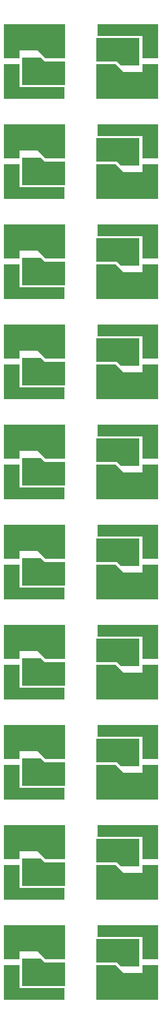
<source format=gbr>
G04 start of page 3 for group 1 idx 1 *
G04 Title: (unknown), solder *
G04 Creator: pcb 4.0.2 *
G04 CreationDate: Fri Feb  3 04:46:59 2023 UTC *
G04 For: ndholmes *
G04 Format: Gerber/RS-274X *
G04 PCB-Dimensions (mil): 1620.00 5800.00 *
G04 PCB-Coordinate-Origin: lower left *
%MOIN*%
%FSLAX25Y25*%
%LNBOTTOM*%
%ADD17C,0.0120*%
%ADD16C,0.0280*%
%ADD15C,0.0001*%
G54D15*G36*
X73000Y219000D02*X41500D01*
Y232500D01*
X73000D01*
Y219000D01*
G37*
G36*
X47000Y194500D02*Y200500D01*
X72500D01*
Y194500D01*
X47000D01*
G37*
G36*
X73000Y168000D02*X41500D01*
Y181500D01*
X73000D01*
Y168000D01*
G37*
G36*
Y169000D02*Y164000D01*
X63000D01*
X58000Y169000D01*
X73000D01*
G37*
G36*
X51000Y161500D02*Y164500D01*
X60500D01*
X63500Y161500D01*
X51000D01*
G37*
G36*
X73000Y220000D02*Y215000D01*
X63000D01*
X58000Y220000D01*
X73000D01*
G37*
G36*
Y201500D02*X51000D01*
Y213500D01*
X73000D01*
Y201500D01*
G37*
G36*
X51000Y212500D02*Y215500D01*
X60500D01*
X63500Y212500D01*
X51000D01*
G37*
G36*
X47000Y143500D02*Y149500D01*
X72500D01*
Y143500D01*
X47000D01*
G37*
G36*
X73000Y150500D02*X51000D01*
Y162500D01*
X73000D01*
Y150500D01*
G37*
G36*
Y117000D02*X41500D01*
Y130500D01*
X73000D01*
Y117000D01*
G37*
G36*
X47000Y92500D02*Y98500D01*
X72500D01*
Y92500D01*
X47000D01*
G37*
G36*
X73000Y66000D02*X41500D01*
Y79500D01*
X73000D01*
Y66000D01*
G37*
G36*
Y67000D02*Y62000D01*
X63000D01*
X58000Y67000D01*
X73000D01*
G37*
G36*
X51000Y59500D02*Y62500D01*
X60500D01*
X63500Y59500D01*
X51000D01*
G37*
G36*
X73000Y118000D02*Y113000D01*
X63000D01*
X58000Y118000D01*
X73000D01*
G37*
G36*
Y99500D02*X51000D01*
Y111500D01*
X73000D01*
Y99500D01*
G37*
G36*
X51000Y110500D02*Y113500D01*
X60500D01*
X63500Y110500D01*
X51000D01*
G37*
G36*
X47000Y41500D02*Y47500D01*
X72500D01*
Y41500D01*
X47000D01*
G37*
G36*
X73000Y48500D02*X51000D01*
Y60500D01*
X73000D01*
Y48500D01*
G37*
G36*
X89000Y55000D02*X120500D01*
Y41500D01*
X89000D01*
Y55000D01*
G37*
G36*
Y54000D02*Y59000D01*
X99000D01*
X104000Y54000D01*
X89000D01*
G37*
G36*
X115000Y79500D02*Y73500D01*
X89500D01*
Y79500D01*
X115000D01*
G37*
G36*
X89000Y106000D02*X120500D01*
Y92500D01*
X89000D01*
Y106000D01*
G37*
G36*
Y105000D02*Y110000D01*
X99000D01*
X104000Y105000D01*
X89000D01*
G37*
G36*
X111000Y112500D02*Y109500D01*
X101500D01*
X98500Y112500D01*
X111000D01*
G37*
G36*
X89000Y72500D02*X111000D01*
Y60500D01*
X89000D01*
Y72500D01*
G37*
G36*
X111000Y61500D02*Y58500D01*
X101500D01*
X98500Y61500D01*
X111000D01*
G37*
G36*
X115000Y130500D02*Y124500D01*
X89500D01*
Y130500D01*
X115000D01*
G37*
G36*
X89000Y123500D02*X111000D01*
Y111500D01*
X89000D01*
Y123500D01*
G37*
G36*
Y157000D02*X120500D01*
Y143500D01*
X89000D01*
Y157000D01*
G37*
G36*
X115000Y181500D02*Y175500D01*
X89500D01*
Y181500D01*
X115000D01*
G37*
G36*
X89000Y208000D02*X120500D01*
Y194500D01*
X89000D01*
Y208000D01*
G37*
G36*
Y207000D02*Y212000D01*
X99000D01*
X104000Y207000D01*
X89000D01*
G37*
G36*
X111000Y214500D02*Y211500D01*
X101500D01*
X98500Y214500D01*
X111000D01*
G37*
G36*
X89000Y156000D02*Y161000D01*
X99000D01*
X104000Y156000D01*
X89000D01*
G37*
G36*
Y174500D02*X111000D01*
Y162500D01*
X89000D01*
Y174500D01*
G37*
G36*
X111000Y163500D02*Y160500D01*
X101500D01*
X98500Y163500D01*
X111000D01*
G37*
G36*
X115000Y232500D02*Y226500D01*
X89500D01*
Y232500D01*
X115000D01*
G37*
G36*
X89000Y225500D02*X111000D01*
Y213500D01*
X89000D01*
Y225500D01*
G37*
G36*
Y259000D02*X120500D01*
Y245500D01*
X89000D01*
Y259000D01*
G37*
G36*
X115000Y283500D02*Y277500D01*
X89500D01*
Y283500D01*
X115000D01*
G37*
G36*
X89000Y310000D02*X120500D01*
Y296500D01*
X89000D01*
Y310000D01*
G37*
G36*
Y309000D02*Y314000D01*
X99000D01*
X104000Y309000D01*
X89000D01*
G37*
G36*
X111000Y316500D02*Y313500D01*
X101500D01*
X98500Y316500D01*
X111000D01*
G37*
G36*
X89000Y258000D02*Y263000D01*
X99000D01*
X104000Y258000D01*
X89000D01*
G37*
G36*
Y276500D02*X111000D01*
Y264500D01*
X89000D01*
Y276500D01*
G37*
G36*
X111000Y265500D02*Y262500D01*
X101500D01*
X98500Y265500D01*
X111000D01*
G37*
G36*
X115000Y334500D02*Y328500D01*
X89500D01*
Y334500D01*
X115000D01*
G37*
G36*
X89000Y327500D02*X111000D01*
Y315500D01*
X89000D01*
Y327500D01*
G37*
G36*
Y361000D02*X120500D01*
Y347500D01*
X89000D01*
Y361000D01*
G37*
G36*
X115000Y385500D02*Y379500D01*
X89500D01*
Y385500D01*
X115000D01*
G37*
G36*
X89000Y412000D02*X120500D01*
Y398500D01*
X89000D01*
Y412000D01*
G37*
G36*
Y411000D02*Y416000D01*
X99000D01*
X104000Y411000D01*
X89000D01*
G37*
G36*
X111000Y418500D02*Y415500D01*
X101500D01*
X98500Y418500D01*
X111000D01*
G37*
G36*
X89000Y360000D02*Y365000D01*
X99000D01*
X104000Y360000D01*
X89000D01*
G37*
G36*
Y378500D02*X111000D01*
Y366500D01*
X89000D01*
Y378500D01*
G37*
G36*
X111000Y367500D02*Y364500D01*
X101500D01*
X98500Y367500D01*
X111000D01*
G37*
G36*
X115000Y436500D02*Y430500D01*
X89500D01*
Y436500D01*
X115000D01*
G37*
G36*
X89000Y429500D02*X111000D01*
Y417500D01*
X89000D01*
Y429500D01*
G37*
G36*
Y463000D02*X120500D01*
Y449500D01*
X89000D01*
Y463000D01*
G37*
G36*
X115000Y487500D02*Y481500D01*
X89500D01*
Y487500D01*
X115000D01*
G37*
G36*
X89000Y514000D02*X120500D01*
Y500500D01*
X89000D01*
Y514000D01*
G37*
G36*
X115000Y538500D02*Y532500D01*
X89500D01*
Y538500D01*
X115000D01*
G37*
G36*
X89000Y513000D02*Y518000D01*
X99000D01*
X104000Y513000D01*
X89000D01*
G37*
G36*
Y531500D02*X111000D01*
Y519500D01*
X89000D01*
Y531500D01*
G37*
G36*
X111000Y520500D02*Y517500D01*
X101500D01*
X98500Y520500D01*
X111000D01*
G37*
G36*
X89000Y462000D02*Y467000D01*
X99000D01*
X104000Y462000D01*
X89000D01*
G37*
G36*
Y480500D02*X111000D01*
Y468500D01*
X89000D01*
Y480500D01*
G37*
G36*
X111000Y469500D02*Y466500D01*
X101500D01*
X98500Y469500D01*
X111000D01*
G37*
G36*
X73000Y423000D02*X41500D01*
Y436500D01*
X73000D01*
Y423000D01*
G37*
G36*
X47000Y398500D02*Y404500D01*
X72500D01*
Y398500D01*
X47000D01*
G37*
G36*
X73000Y372000D02*X41500D01*
Y385500D01*
X73000D01*
Y372000D01*
G37*
G36*
Y373000D02*Y368000D01*
X63000D01*
X58000Y373000D01*
X73000D01*
G37*
G36*
X51000Y365500D02*Y368500D01*
X60500D01*
X63500Y365500D01*
X51000D01*
G37*
G36*
X73000Y424000D02*Y419000D01*
X63000D01*
X58000Y424000D01*
X73000D01*
G37*
G36*
Y405500D02*X51000D01*
Y417500D01*
X73000D01*
Y405500D01*
G37*
G36*
X51000Y416500D02*Y419500D01*
X60500D01*
X63500Y416500D01*
X51000D01*
G37*
G36*
X73000Y474000D02*X41500D01*
Y487500D01*
X73000D01*
Y474000D01*
G37*
G36*
X47000Y449500D02*Y455500D01*
X72500D01*
Y449500D01*
X47000D01*
G37*
G36*
X73000Y475000D02*Y470000D01*
X63000D01*
X58000Y475000D01*
X73000D01*
G37*
G36*
Y456500D02*X51000D01*
Y468500D01*
X73000D01*
Y456500D01*
G37*
G36*
X51000Y467500D02*Y470500D01*
X60500D01*
X63500Y467500D01*
X51000D01*
G37*
G36*
X73000Y525000D02*X41500D01*
Y538500D01*
X73000D01*
Y525000D01*
G37*
G36*
X47000Y500500D02*Y506500D01*
X72500D01*
Y500500D01*
X47000D01*
G37*
G36*
X73000Y526000D02*Y521000D01*
X63000D01*
X58000Y526000D01*
X73000D01*
G37*
G36*
Y507500D02*X51000D01*
Y519500D01*
X73000D01*
Y507500D01*
G37*
G36*
X51000Y518500D02*Y521500D01*
X60500D01*
X63500Y518500D01*
X51000D01*
G37*
G36*
X47000Y347500D02*Y353500D01*
X72500D01*
Y347500D01*
X47000D01*
G37*
G36*
X73000Y354500D02*X51000D01*
Y366500D01*
X73000D01*
Y354500D01*
G37*
G36*
Y321000D02*X41500D01*
Y334500D01*
X73000D01*
Y321000D01*
G37*
G36*
Y322000D02*Y317000D01*
X63000D01*
X58000Y322000D01*
X73000D01*
G37*
G36*
X47000Y296500D02*Y302500D01*
X72500D01*
Y296500D01*
X47000D01*
G37*
G36*
X73000Y303500D02*X51000D01*
Y315500D01*
X73000D01*
Y303500D01*
G37*
G36*
X51000Y314500D02*Y317500D01*
X60500D01*
X63500Y314500D01*
X51000D01*
G37*
G36*
X73000Y270000D02*X41500D01*
Y283500D01*
X73000D01*
Y270000D01*
G37*
G36*
X47000Y245500D02*Y251500D01*
X72500D01*
Y245500D01*
X47000D01*
G37*
G36*
X73000Y271000D02*Y266000D01*
X63000D01*
X58000Y271000D01*
X73000D01*
G37*
G36*
Y252500D02*X51000D01*
Y264500D01*
X73000D01*
Y252500D01*
G37*
G36*
X51000Y263500D02*Y266500D01*
X60500D01*
X63500Y263500D01*
X51000D01*
G37*
G36*
X53551Y364201D02*Y355539D01*
X72449D01*
Y364201D01*
X53551D01*
G37*
G36*
X55520Y362232D02*Y357508D01*
X70480D01*
Y362232D01*
X55520D01*
G37*
G36*
X49500Y365000D02*X41500D01*
Y347500D01*
X49500D01*
Y365000D01*
G37*
G36*
Y385500D02*X41500D01*
Y368000D01*
X49500D01*
Y385500D01*
G37*
G36*
X53551Y334461D02*Y321075D01*
X72449D01*
Y334461D01*
X53551D01*
G37*
G36*
X56307Y331705D02*Y323831D01*
X69693D01*
Y331705D01*
X56307D01*
G37*
G36*
X53551Y313201D02*Y304539D01*
X72449D01*
Y313201D01*
X53551D01*
G37*
G36*
X55520Y311232D02*Y306508D01*
X70480D01*
Y311232D01*
X55520D01*
G37*
G36*
X49500Y314000D02*X41500D01*
Y296500D01*
X49500D01*
Y314000D01*
G37*
G36*
Y334500D02*X41500D01*
Y317000D01*
X49500D01*
Y334500D01*
G37*
G36*
X53551Y262201D02*Y253539D01*
X72449D01*
Y262201D01*
X53551D01*
G37*
G36*
X55520Y260232D02*Y255508D01*
X70480D01*
Y260232D01*
X55520D01*
G37*
G36*
X53551Y283461D02*Y270075D01*
X72449D01*
Y283461D01*
X53551D01*
G37*
G36*
X56307Y280705D02*Y272831D01*
X69693D01*
Y280705D01*
X56307D01*
G37*
G36*
X49500Y263000D02*X41500D01*
Y245500D01*
X49500D01*
Y263000D01*
G37*
G36*
Y283500D02*X41500D01*
Y266000D01*
X49500D01*
Y283500D01*
G37*
G36*
X53551Y487461D02*Y474075D01*
X72449D01*
Y487461D01*
X53551D01*
G37*
G36*
X56307Y484705D02*Y476831D01*
X69693D01*
Y484705D01*
X56307D01*
G37*
G36*
X53551Y466201D02*Y457539D01*
X72449D01*
Y466201D01*
X53551D01*
G37*
G36*
X55520Y464232D02*Y459508D01*
X70480D01*
Y464232D01*
X55520D01*
G37*
G36*
X49500Y467000D02*X41500D01*
Y449500D01*
X49500D01*
Y467000D01*
G37*
G36*
Y487500D02*X41500D01*
Y470000D01*
X49500D01*
Y487500D01*
G37*
G36*
X53551Y517201D02*Y508539D01*
X72449D01*
Y517201D01*
X53551D01*
G37*
G36*
X55520Y515232D02*Y510508D01*
X70480D01*
Y515232D01*
X55520D01*
G37*
G36*
X53551Y538461D02*Y525075D01*
X72449D01*
Y538461D01*
X53551D01*
G37*
G36*
X56307Y535705D02*Y527831D01*
X69693D01*
Y535705D01*
X56307D01*
G37*
G36*
X49500Y518000D02*X41500D01*
Y500500D01*
X49500D01*
Y518000D01*
G37*
G36*
Y538500D02*X41500D01*
Y521000D01*
X49500D01*
Y538500D01*
G37*
G36*
X53551Y436461D02*Y423075D01*
X72449D01*
Y436461D01*
X53551D01*
G37*
G36*
X56307Y433705D02*Y425831D01*
X69693D01*
Y433705D01*
X56307D01*
G37*
G36*
X49500Y416000D02*X41500D01*
Y398500D01*
X49500D01*
Y416000D01*
G37*
G36*
Y436500D02*X41500D01*
Y419000D01*
X49500D01*
Y436500D01*
G37*
G36*
X53551Y415201D02*Y406539D01*
X72449D01*
Y415201D01*
X53551D01*
G37*
G36*
X55520Y413232D02*Y408508D01*
X70480D01*
Y413232D01*
X55520D01*
G37*
G36*
X53551Y385461D02*Y372075D01*
X72449D01*
Y385461D01*
X53551D01*
G37*
G36*
X56307Y382705D02*Y374831D01*
X69693D01*
Y382705D01*
X56307D01*
G37*
G36*
X53551Y232461D02*Y219075D01*
X72449D01*
Y232461D01*
X53551D01*
G37*
G36*
X56307Y229705D02*Y221831D01*
X69693D01*
Y229705D01*
X56307D01*
G37*
G36*
X53551Y211201D02*Y202539D01*
X72449D01*
Y211201D01*
X53551D01*
G37*
G36*
X55520Y209232D02*Y204508D01*
X70480D01*
Y209232D01*
X55520D01*
G37*
G36*
X49500Y212000D02*X41500D01*
Y194500D01*
X49500D01*
Y212000D01*
G37*
G36*
Y232500D02*X41500D01*
Y215000D01*
X49500D01*
Y232500D01*
G37*
G36*
X53551Y181461D02*Y168075D01*
X72449D01*
Y181461D01*
X53551D01*
G37*
G36*
X56307Y178705D02*Y170831D01*
X69693D01*
Y178705D01*
X56307D01*
G37*
G36*
X49500Y161000D02*X41500D01*
Y143500D01*
X49500D01*
Y161000D01*
G37*
G36*
Y181500D02*X41500D01*
Y164000D01*
X49500D01*
Y181500D01*
G37*
G36*
X53551Y160201D02*Y151539D01*
X72449D01*
Y160201D01*
X53551D01*
G37*
G36*
X55520Y158232D02*Y153508D01*
X70480D01*
Y158232D01*
X55520D01*
G37*
G36*
X53551Y130461D02*Y117075D01*
X72449D01*
Y130461D01*
X53551D01*
G37*
G36*
X56307Y127705D02*Y119831D01*
X69693D01*
Y127705D01*
X56307D01*
G37*
G36*
X53551Y109201D02*Y100539D01*
X72449D01*
Y109201D01*
X53551D01*
G37*
G36*
X55520Y107232D02*Y102508D01*
X70480D01*
Y107232D01*
X55520D01*
G37*
G36*
X49500Y110000D02*X41500D01*
Y92500D01*
X49500D01*
Y110000D01*
G37*
G36*
Y130500D02*X41500D01*
Y113000D01*
X49500D01*
Y130500D01*
G37*
G36*
X53551Y79461D02*Y66075D01*
X72449D01*
Y79461D01*
X53551D01*
G37*
G36*
X56307Y76705D02*Y68831D01*
X69693D01*
Y76705D01*
X56307D01*
G37*
G36*
X53551Y58201D02*Y49539D01*
X72449D01*
Y58201D01*
X53551D01*
G37*
G36*
X55520Y56232D02*Y51508D01*
X70480D01*
Y56232D01*
X55520D01*
G37*
G36*
X49500Y59000D02*X41500D01*
Y41500D01*
X49500D01*
Y59000D01*
G37*
G36*
Y79500D02*X41500D01*
Y62000D01*
X49500D01*
Y79500D01*
G37*
G36*
X89551Y71461D02*Y62799D01*
X108449D01*
Y71461D01*
X89551D01*
G37*
G36*
X91520Y69492D02*Y64768D01*
X106480D01*
Y69492D01*
X91520D01*
G37*
G36*
X89551Y54925D02*Y41539D01*
X108449D01*
Y54925D01*
X89551D01*
G37*
G36*
X92307Y52169D02*Y44295D01*
X105693D01*
Y52169D01*
X92307D01*
G37*
G36*
X120500Y79500D02*X112500D01*
Y62000D01*
X120500D01*
Y79500D01*
G37*
G36*
Y59000D02*X112500D01*
Y41500D01*
X120500D01*
Y59000D01*
G37*
G36*
X89551Y122461D02*Y113799D01*
X108449D01*
Y122461D01*
X89551D01*
G37*
G36*
X91520Y120492D02*Y115768D01*
X106480D01*
Y120492D01*
X91520D01*
G37*
G36*
X89551Y105925D02*Y92539D01*
X108449D01*
Y105925D01*
X89551D01*
G37*
G36*
X92307Y103169D02*Y95295D01*
X105693D01*
Y103169D01*
X92307D01*
G37*
G36*
X120500Y130500D02*X112500D01*
Y113000D01*
X120500D01*
Y130500D01*
G37*
G36*
Y110000D02*X112500D01*
Y92500D01*
X120500D01*
Y110000D01*
G37*
G36*
X89551Y173461D02*Y164799D01*
X108449D01*
Y173461D01*
X89551D01*
G37*
G36*
X91520Y171492D02*Y166768D01*
X106480D01*
Y171492D01*
X91520D01*
G37*
G36*
X89551Y156925D02*Y143539D01*
X108449D01*
Y156925D01*
X89551D01*
G37*
G36*
X92307Y154169D02*Y146295D01*
X105693D01*
Y154169D01*
X92307D01*
G37*
G36*
X120500Y181500D02*X112500D01*
Y164000D01*
X120500D01*
Y181500D01*
G37*
G36*
Y161000D02*X112500D01*
Y143500D01*
X120500D01*
Y161000D01*
G37*
G36*
X89551Y207925D02*Y194539D01*
X108449D01*
Y207925D01*
X89551D01*
G37*
G36*
X92307Y205169D02*Y197295D01*
X105693D01*
Y205169D01*
X92307D01*
G37*
G36*
X89551Y224461D02*Y215799D01*
X108449D01*
Y224461D01*
X89551D01*
G37*
G36*
X91520Y222492D02*Y217768D01*
X106480D01*
Y222492D01*
X91520D01*
G37*
G36*
X120500Y232500D02*X112500D01*
Y215000D01*
X120500D01*
Y232500D01*
G37*
G36*
Y212000D02*X112500D01*
Y194500D01*
X120500D01*
Y212000D01*
G37*
G36*
X89551Y258925D02*Y245539D01*
X108449D01*
Y258925D01*
X89551D01*
G37*
G36*
X92307Y256169D02*Y248295D01*
X105693D01*
Y256169D01*
X92307D01*
G37*
G36*
X120500Y283500D02*X112500D01*
Y266000D01*
X120500D01*
Y283500D01*
G37*
G36*
Y263000D02*X112500D01*
Y245500D01*
X120500D01*
Y263000D01*
G37*
G36*
X89551Y275461D02*Y266799D01*
X108449D01*
Y275461D01*
X89551D01*
G37*
G36*
X91520Y273492D02*Y268768D01*
X106480D01*
Y273492D01*
X91520D01*
G37*
G36*
X89551Y309925D02*Y296539D01*
X108449D01*
Y309925D01*
X89551D01*
G37*
G36*
X92307Y307169D02*Y299295D01*
X105693D01*
Y307169D01*
X92307D01*
G37*
G36*
X89551Y326461D02*Y317799D01*
X108449D01*
Y326461D01*
X89551D01*
G37*
G36*
X91520Y324492D02*Y319768D01*
X106480D01*
Y324492D01*
X91520D01*
G37*
G36*
X120500Y334500D02*X112500D01*
Y317000D01*
X120500D01*
Y334500D01*
G37*
G36*
Y314000D02*X112500D01*
Y296500D01*
X120500D01*
Y314000D01*
G37*
G36*
X89551Y360925D02*Y347539D01*
X108449D01*
Y360925D01*
X89551D01*
G37*
G36*
X92307Y358169D02*Y350295D01*
X105693D01*
Y358169D01*
X92307D01*
G37*
G36*
X89551Y377461D02*Y368799D01*
X108449D01*
Y377461D01*
X89551D01*
G37*
G36*
X91520Y375492D02*Y370768D01*
X106480D01*
Y375492D01*
X91520D01*
G37*
G36*
X120500Y385500D02*X112500D01*
Y368000D01*
X120500D01*
Y385500D01*
G37*
G36*
Y365000D02*X112500D01*
Y347500D01*
X120500D01*
Y365000D01*
G37*
G36*
X89551Y428461D02*Y419799D01*
X108449D01*
Y428461D01*
X89551D01*
G37*
G36*
X91520Y426492D02*Y421768D01*
X106480D01*
Y426492D01*
X91520D01*
G37*
G36*
X89551Y411925D02*Y398539D01*
X108449D01*
Y411925D01*
X89551D01*
G37*
G36*
X92307Y409169D02*Y401295D01*
X105693D01*
Y409169D01*
X92307D01*
G37*
G36*
X120500Y436500D02*X112500D01*
Y419000D01*
X120500D01*
Y436500D01*
G37*
G36*
Y416000D02*X112500D01*
Y398500D01*
X120500D01*
Y416000D01*
G37*
G36*
X89551Y462925D02*Y449539D01*
X108449D01*
Y462925D01*
X89551D01*
G37*
G36*
X92307Y460169D02*Y452295D01*
X105693D01*
Y460169D01*
X92307D01*
G37*
G36*
X89551Y479461D02*Y470799D01*
X108449D01*
Y479461D01*
X89551D01*
G37*
G36*
X91520Y477492D02*Y472768D01*
X106480D01*
Y477492D01*
X91520D01*
G37*
G36*
X120500Y487500D02*X112500D01*
Y470000D01*
X120500D01*
Y487500D01*
G37*
G36*
Y467000D02*X112500D01*
Y449500D01*
X120500D01*
Y467000D01*
G37*
G36*
X89551Y513925D02*Y500539D01*
X108449D01*
Y513925D01*
X89551D01*
G37*
G36*
X92307Y511169D02*Y503295D01*
X105693D01*
Y511169D01*
X92307D01*
G37*
G36*
X89551Y530461D02*Y521799D01*
X108449D01*
Y530461D01*
X89551D01*
G37*
G36*
X91520Y528492D02*Y523768D01*
X106480D01*
Y528492D01*
X91520D01*
G37*
G36*
X120500Y538500D02*X112500D01*
Y521000D01*
X120500D01*
Y538500D01*
G37*
G36*
Y518000D02*X112500D01*
Y500500D01*
X120500D01*
Y518000D01*
G37*
G54D16*X50000Y298000D03*
Y247000D03*
Y250000D03*
Y301000D03*
X71000Y268000D03*
X67500D03*
X64000D03*
X60000Y264000D03*
X56500D03*
X53000D03*
X50000Y196000D03*
Y145000D03*
Y148000D03*
Y199000D03*
X71000Y217000D03*
X67500D03*
X64000D03*
X60000Y213000D03*
X56500D03*
X53000D03*
X71000Y166000D03*
X67500D03*
X64000D03*
X60000Y162000D03*
X56500D03*
X53000D03*
X112000Y180000D03*
X109000Y214000D03*
Y265000D03*
X112000Y177000D03*
X91000Y159000D03*
Y210000D03*
X94500D03*
X98000D03*
X102000Y214000D03*
X105500D03*
X94500Y159000D03*
X98000D03*
X102000Y163000D03*
X105500D03*
X109000D03*
X112000Y231000D03*
Y228000D03*
Y282000D03*
Y279000D03*
X105500Y265000D03*
X112000Y330000D03*
X105500Y316000D03*
X109000D03*
X91000Y261000D03*
X94500D03*
X98000D03*
X102000Y265000D03*
X91000Y312000D03*
X94500D03*
X98000D03*
X102000Y316000D03*
X50000Y451000D03*
Y400000D03*
Y403000D03*
Y454000D03*
X71000Y472000D03*
X67500D03*
X64000D03*
X60000Y468000D03*
X56500D03*
X53000D03*
X71000Y421000D03*
X67500D03*
X64000D03*
X60000Y417000D03*
X56500D03*
X53000D03*
X71000Y523000D03*
X67500D03*
X64000D03*
X60000Y519000D03*
X56500D03*
X50000Y502000D03*
Y505000D03*
X53000Y519000D03*
X50000Y349000D03*
Y352000D03*
X71000Y370000D03*
X67500D03*
X64000D03*
X60000Y366000D03*
X56500D03*
X53000D03*
X71000Y319000D03*
X67500D03*
X64000D03*
X60000Y315000D03*
X56500D03*
X53000D03*
X50000Y94000D03*
Y97000D03*
X71000Y115000D03*
X67500D03*
X64000D03*
X60000Y111000D03*
X56500D03*
X53000D03*
X112000Y129000D03*
Y126000D03*
X91000Y108000D03*
X94500D03*
X98000D03*
X102000Y112000D03*
X105500D03*
X109000D03*
X50000Y43000D03*
Y46000D03*
X71000Y64000D03*
X67500D03*
X64000D03*
X60000Y60000D03*
X56500D03*
X53000D03*
X112000Y78000D03*
Y75000D03*
X91000Y57000D03*
X94500D03*
X98000D03*
X102000Y61000D03*
X105500D03*
X109000D03*
X91000Y363000D03*
X94500D03*
X98000D03*
X102000Y367000D03*
X91000Y414000D03*
X94500D03*
X98000D03*
X102000Y418000D03*
X91000Y465000D03*
X94500D03*
X98000D03*
X91000Y516000D03*
X94500D03*
X98000D03*
X102000Y469000D03*
Y520000D03*
X112000Y333000D03*
Y435000D03*
Y432000D03*
Y486000D03*
Y483000D03*
Y384000D03*
Y381000D03*
X105500Y367000D03*
X109000D03*
X105500Y418000D03*
X109000D03*
X105500Y469000D03*
X109000D03*
X112000Y537000D03*
Y534000D03*
X105500Y520000D03*
X109000D03*
G54D17*M02*

</source>
